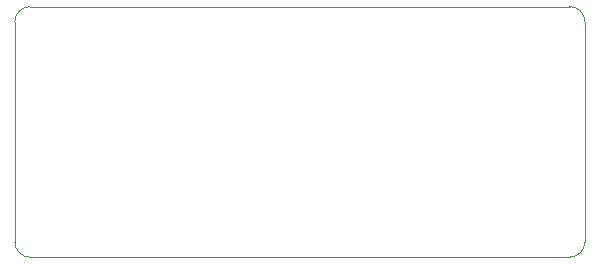
<source format=gbr>
%TF.GenerationSoftware,KiCad,Pcbnew,8.0.4-8.0.4-0~ubuntu22.04.1*%
%TF.CreationDate,2024-08-16T20:42:53-07:00*%
%TF.ProjectId,NX-ButtonInterface,4e582d42-7574-4746-9f6e-496e74657266,1*%
%TF.SameCoordinates,Original*%
%TF.FileFunction,Profile,NP*%
%FSLAX46Y46*%
G04 Gerber Fmt 4.6, Leading zero omitted, Abs format (unit mm)*
G04 Created by KiCad (PCBNEW 8.0.4-8.0.4-0~ubuntu22.04.1) date 2024-08-16 20:42:53*
%MOMM*%
%LPD*%
G01*
G04 APERTURE LIST*
%TA.AperFunction,Profile*%
%ADD10C,0.100000*%
%TD*%
G04 APERTURE END LIST*
D10*
X132461000Y-91694000D02*
X132461000Y-110363000D01*
X85471000Y-111633000D02*
G75*
G02*
X84201000Y-110363000I0J1270000D01*
G01*
X85471000Y-90424000D02*
X131191000Y-90424000D01*
X131191000Y-90424000D02*
G75*
G02*
X132461000Y-91694000I0J-1270000D01*
G01*
X132461000Y-110363000D02*
G75*
G02*
X131191000Y-111633000I-1270000J0D01*
G01*
X84201000Y-91694000D02*
G75*
G02*
X85471000Y-90424000I1270000J0D01*
G01*
X84201000Y-110363000D02*
X84201000Y-91694000D01*
X131191000Y-111633000D02*
X85471000Y-111633000D01*
M02*

</source>
